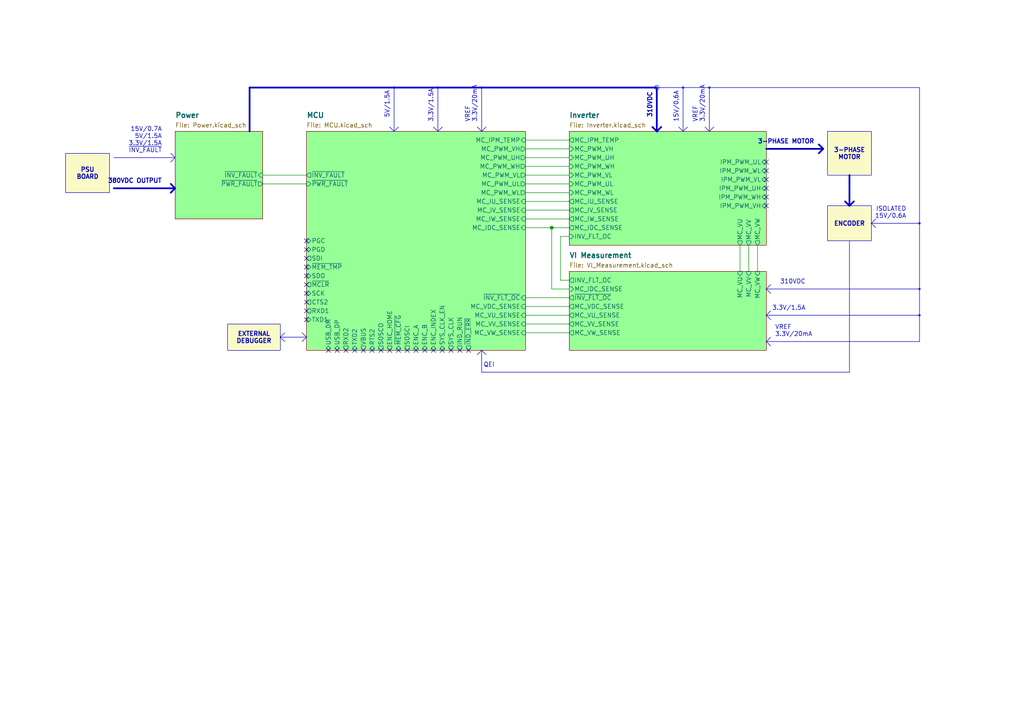
<source format=kicad_sch>
(kicad_sch
	(version 20231120)
	(generator "eeschema")
	(generator_version "8.0")
	(uuid "20f80521-75f2-4ccc-bb34-c9566e70ef5c")
	(paper "A4")
	(title_block
		(title "POWER SUPPLY UNIT")
		(date "2023-10-14")
		(rev "0.0")
		(company "TON DUC THANG UNIVERSITY")
		(comment 1 "Schematic Designed by ...")
		(comment 2 "PCB Designed by ...")
		(comment 3 "Approved by ...")
	)
	(lib_symbols)
	(junction
		(at 160.02 66.04)
		(diameter 0)
		(color 0 0 0 0)
		(uuid "39155853-ca9e-4ca9-943c-cf54b7feb175")
	)
	(no_connect
		(at 133.35 101.6)
		(uuid "03beb8d3-c331-44e4-bf44-bd76918cbc93")
	)
	(no_connect
		(at 105.41 101.6)
		(uuid "2112257a-96bc-41a2-b2e2-4c37d93bb8f9")
	)
	(no_connect
		(at 88.9 87.63)
		(uuid "33ea1171-e0b6-4a7e-b5af-b23e430454e0")
	)
	(no_connect
		(at 88.9 80.01)
		(uuid "3bb45a46-5a3c-428a-8dfa-4691df0d37d4")
	)
	(no_connect
		(at 222.25 59.69)
		(uuid "3bdceee3-0f32-4800-b6f5-8acf5b7de42e")
	)
	(no_connect
		(at 222.25 54.61)
		(uuid "3d6ede69-1ec4-4b27-909b-dfc64a851f70")
	)
	(no_connect
		(at 222.25 46.99)
		(uuid "42a9b37b-c3d0-4a1f-8b17-7f533a933149")
	)
	(no_connect
		(at 123.19 101.6)
		(uuid "432f9aae-6004-4b61-895b-dd7140337e20")
	)
	(no_connect
		(at 222.25 49.53)
		(uuid "455e0f24-78dd-405c-b760-3fb590b28e3a")
	)
	(no_connect
		(at 115.57 101.6)
		(uuid "48ad0218-b2aa-49f7-9ce6-b0ac4cde522f")
	)
	(no_connect
		(at 118.11 101.6)
		(uuid "6333b39d-b36b-4f6e-b074-1094392a0ce1")
	)
	(no_connect
		(at 95.25 101.6)
		(uuid "71de5888-b18e-4e1e-bb78-3111db59d412")
	)
	(no_connect
		(at 125.73 101.6)
		(uuid "788d46c9-db74-4820-b239-258bf84896b6")
	)
	(no_connect
		(at 113.03 101.6)
		(uuid "7e578988-7496-4efc-838b-ee59306a732c")
	)
	(no_connect
		(at 110.49 101.6)
		(uuid "80283104-6694-44e0-9b1c-d0357aad6b9b")
	)
	(no_connect
		(at 135.89 101.6)
		(uuid "804b995f-8598-4a5e-ad9e-825bc7837a70")
	)
	(no_connect
		(at 102.87 101.6)
		(uuid "81290467-9efd-41b5-ae87-20e1440a1fae")
	)
	(no_connect
		(at 222.25 57.15)
		(uuid "95552b0f-94fa-4bae-b308-e51bdc8a188f")
	)
	(no_connect
		(at 222.25 52.07)
		(uuid "9e94f98d-d6c1-4fff-af9b-9146a09a5050")
	)
	(no_connect
		(at 130.81 101.6)
		(uuid "a67d0922-c552-40f5-bac2-5514359e073e")
	)
	(no_connect
		(at 88.9 85.09)
		(uuid "a7d86603-99d8-4e60-8a96-b570e42a474d")
	)
	(no_connect
		(at 88.9 69.85)
		(uuid "ac3c539d-dbce-4723-a6c8-6dde35aeabf1")
	)
	(no_connect
		(at 128.27 101.6)
		(uuid "ae5fd47a-63e3-4bf2-a014-586dabb21f88")
	)
	(no_connect
		(at 88.9 90.17)
		(uuid "af2c2e84-5aa5-4440-ab7a-22d000e7654e")
	)
	(no_connect
		(at 97.79 101.6)
		(uuid "b3bf1afe-ddfc-4bd0-a470-c0fdcaba50f3")
	)
	(no_connect
		(at 88.9 92.71)
		(uuid "b8b02852-9d1d-4d10-9af6-d3039577a32c")
	)
	(no_connect
		(at 120.65 101.6)
		(uuid "bc7e616e-1856-458f-ae54-e020826f019a")
	)
	(no_connect
		(at 107.95 101.6)
		(uuid "c4026642-1ea5-4505-861b-407c1ffa3b9b")
	)
	(no_connect
		(at 88.9 72.39)
		(uuid "ef66bae4-d9f8-4fbd-add0-e79b72af1e37")
	)
	(no_connect
		(at 88.9 82.55)
		(uuid "f2bebac4-76de-42a9-9928-64d4f8b65f2c")
	)
	(no_connect
		(at 88.9 74.93)
		(uuid "f6128028-b4f5-47ff-8230-5c114769c258")
	)
	(no_connect
		(at 100.33 101.6)
		(uuid "fbbe5c35-4fca-4f2c-89ec-5bbdd6c448dd")
	)
	(no_connect
		(at 88.9 77.47)
		(uuid "fdccc791-52d8-4c41-911b-8c6b03469066")
	)
	(polyline
		(pts
			(xy 125.73 36.83) (xy 127 38.1)
		)
		(stroke
			(width 0)
			(type default)
		)
		(uuid "015d1636-92f6-416a-8957-ff0a0173660b")
	)
	(polyline
		(pts
			(xy 87.63 99.06) (xy 88.9 97.79)
		)
		(stroke
			(width 0)
			(type default)
		)
		(uuid "01cfd842-1dca-4773-8547-6a702a9db629")
	)
	(polyline
		(pts
			(xy 266.7 64.77) (xy 266.7 25.4)
		)
		(stroke
			(width 0)
			(type default)
		)
		(uuid "04acbcea-583d-41e2-b0b2-2847866f119d")
	)
	(polyline
		(pts
			(xy 207.01 36.83) (xy 205.74 38.1)
		)
		(stroke
			(width 0)
			(type default)
		)
		(uuid "04d63e3e-591e-442a-a305-b2085aa0a4ea")
	)
	(polyline
		(pts
			(xy 266.7 99.06) (xy 222.25 99.06)
		)
		(stroke
			(width 0)
			(type default)
		)
		(uuid "0712656d-7a9e-4d25-b20e-64b24d332fd7")
	)
	(polyline
		(pts
			(xy 247.65 58.42) (xy 246.38 59.69)
		)
		(stroke
			(width 0.5)
			(type default)
		)
		(uuid "08212820-e0d1-44d0-a112-11533dffc5de")
	)
	(wire
		(pts
			(xy 152.4 66.04) (xy 160.02 66.04)
		)
		(stroke
			(width 0)
			(type default)
		)
		(uuid "0874b3ba-8aae-40fa-b1c1-1afc0afb18a0")
	)
	(polyline
		(pts
			(xy 254 66.04) (xy 252.73 64.77)
		)
		(stroke
			(width 0)
			(type default)
		)
		(uuid "0e9e775d-05ec-40be-b710-46390589ba8d")
	)
	(polyline
		(pts
			(xy 237.49 41.91) (xy 238.76 43.18)
		)
		(stroke
			(width 0.5)
			(type default)
		)
		(uuid "0eedf1b6-cf8b-474d-b5e7-a71be9ea6ba3")
	)
	(polyline
		(pts
			(xy 114.3 25.4) (xy 114.3 38.1)
		)
		(stroke
			(width 0)
			(type default)
		)
		(uuid "0f0fcc01-afd2-43c4-bede-a737f9a275c5")
	)
	(polyline
		(pts
			(xy 190.5 25.4) (xy 190.5 38.1)
		)
		(stroke
			(width 0.5)
			(type default)
		)
		(uuid "101122e2-6d2a-4828-b2c1-eb4dd77a6131")
	)
	(polyline
		(pts
			(xy 223.52 90.17) (xy 222.25 91.44)
		)
		(stroke
			(width 0)
			(type default)
		)
		(uuid "14ee237f-9b42-4809-831c-b4a21a2abf23")
	)
	(polyline
		(pts
			(xy 49.53 46.99) (xy 50.8 45.72)
		)
		(stroke
			(width 0)
			(type default)
		)
		(uuid "15e6126b-ae8a-416d-b70e-4b9919a5082e")
	)
	(polyline
		(pts
			(xy 252.73 64.77) (xy 266.7 64.77)
		)
		(stroke
			(width 0)
			(type default)
		)
		(uuid "17d1926d-6086-4f1e-9291-7fa45e7fd4c6")
	)
	(wire
		(pts
			(xy 217.17 71.12) (xy 217.17 78.74)
		)
		(stroke
			(width 0)
			(type default)
		)
		(uuid "192c429e-e20c-4d82-807c-4ac5496cfa05")
	)
	(polyline
		(pts
			(xy 237.49 44.45) (xy 238.76 43.18)
		)
		(stroke
			(width 0.5)
			(type default)
		)
		(uuid "1c095eec-9e71-401f-8c72-405b7d8fefeb")
	)
	(polyline
		(pts
			(xy 266.7 64.77) (xy 266.7 99.06)
		)
		(stroke
			(width 0)
			(type default)
		)
		(uuid "1e677520-0aa3-4fc4-8583-fa9dc952f2f9")
	)
	(polyline
		(pts
			(xy 204.47 36.83) (xy 205.74 38.1)
		)
		(stroke
			(width 0)
			(type default)
		)
		(uuid "1eda9a5d-19fe-4d6c-a388-1d8716eb6b02")
	)
	(polyline
		(pts
			(xy 254 63.5) (xy 252.73 64.77)
		)
		(stroke
			(width 0)
			(type default)
		)
		(uuid "1fa13da6-576a-4777-ae0c-88b12fa575e4")
	)
	(wire
		(pts
			(xy 152.4 53.34) (xy 165.1 53.34)
		)
		(stroke
			(width 0)
			(type default)
		)
		(uuid "207203f3-d084-431a-b39d-c3a352a161d4")
	)
	(polyline
		(pts
			(xy 223.52 82.55) (xy 222.25 83.82)
		)
		(stroke
			(width 0)
			(type default)
		)
		(uuid "232f3303-e439-410c-9bab-dc4f3d9f18cb")
	)
	(wire
		(pts
			(xy 76.2 53.34) (xy 88.9 53.34)
		)
		(stroke
			(width 0)
			(type default)
		)
		(uuid "24f9d938-27ae-44b2-bb37-90eb46e7a78c")
	)
	(wire
		(pts
			(xy 152.4 63.5) (xy 165.1 63.5)
		)
		(stroke
			(width 0)
			(type default)
		)
		(uuid "2cffd374-4afc-4af0-8b7e-235a8d16cf3c")
	)
	(polyline
		(pts
			(xy 139.7 25.4) (xy 139.7 38.1)
		)
		(stroke
			(width 0)
			(type default)
		)
		(uuid "303bfdc6-5245-4af0-a6c7-c091acbd6577")
	)
	(polyline
		(pts
			(xy 205.74 25.4) (xy 205.74 38.1)
		)
		(stroke
			(width 0)
			(type default)
		)
		(uuid "324442f9-1cf5-40d0-bef9-1f15c9379e0c")
	)
	(polyline
		(pts
			(xy 198.12 25.4) (xy 198.12 38.1)
		)
		(stroke
			(width 0)
			(type default)
		)
		(uuid "36a69099-7ffa-43f4-acfb-0c244812aa5d")
	)
	(polyline
		(pts
			(xy 81.28 97.79) (xy 82.55 96.52)
		)
		(stroke
			(width 0)
			(type default)
		)
		(uuid "3d0a46d6-1271-4e5b-8cf5-72a9149b0f4a")
	)
	(wire
		(pts
			(xy 152.4 40.64) (xy 165.1 40.64)
		)
		(stroke
			(width 0)
			(type default)
		)
		(uuid "3d371169-88ca-4000-a70e-db8648a1b4df")
	)
	(polyline
		(pts
			(xy 49.53 53.34) (xy 50.8 54.61)
		)
		(stroke
			(width 0.5)
			(type default)
		)
		(uuid "3e320273-7434-429e-89b4-09d8e9344727")
	)
	(wire
		(pts
			(xy 152.4 48.26) (xy 165.1 48.26)
		)
		(stroke
			(width 0)
			(type default)
		)
		(uuid "3ecd3511-7cae-4ed2-84d8-46f0d0a5f730")
	)
	(wire
		(pts
			(xy 152.4 50.8) (xy 165.1 50.8)
		)
		(stroke
			(width 0)
			(type default)
		)
		(uuid "3f3f480d-1ac3-41e7-b8fd-dc00d31323af")
	)
	(polyline
		(pts
			(xy 140.97 36.83) (xy 139.7 38.1)
		)
		(stroke
			(width 0)
			(type default)
		)
		(uuid "416eaf9a-148b-4cfe-bd86-3b9afc2d1955")
	)
	(polyline
		(pts
			(xy 88.9 97.79) (xy 81.28 97.79)
		)
		(stroke
			(width 0)
			(type default)
		)
		(uuid "4b6b6bc3-5528-416e-9e2c-af8a27c0e450")
	)
	(polyline
		(pts
			(xy 223.52 97.79) (xy 222.25 99.06)
		)
		(stroke
			(width 0)
			(type default)
		)
		(uuid "4c221cc6-4f62-40ac-b8ba-a883ecf806b4")
	)
	(wire
		(pts
			(xy 160.02 83.82) (xy 160.02 66.04)
		)
		(stroke
			(width 0)
			(type default)
		)
		(uuid "500ef9ec-deaf-48c5-b551-4ea3301e346e")
	)
	(polyline
		(pts
			(xy 33.02 45.72) (xy 50.8 45.72)
		)
		(stroke
			(width 0)
			(type default)
		)
		(uuid "50e37583-b951-48eb-abf4-7a9adc8aab7e")
	)
	(polyline
		(pts
			(xy 198.12 38.1) (xy 199.39 36.83)
		)
		(stroke
			(width 0)
			(type default)
		)
		(uuid "566e505d-c5ac-4b8a-98ad-2ec936f1af27")
	)
	(wire
		(pts
			(xy 152.4 43.18) (xy 165.1 43.18)
		)
		(stroke
			(width 0)
			(type default)
		)
		(uuid "575bce8d-fc4e-437e-a9be-9ae6fe16d18f")
	)
	(polyline
		(pts
			(xy 49.53 55.88) (xy 50.8 54.61)
		)
		(stroke
			(width 0.5)
			(type default)
		)
		(uuid "5b59428f-bfd6-4990-b095-e64f3b366015")
	)
	(wire
		(pts
			(xy 152.4 60.96) (xy 165.1 60.96)
		)
		(stroke
			(width 0)
			(type default)
		)
		(uuid "5e69404e-18ba-480e-a4ae-21236b24dc9b")
	)
	(polyline
		(pts
			(xy 266.7 25.4) (xy 190.5 25.4)
		)
		(stroke
			(width 0)
			(type default)
		)
		(uuid "61b4002a-181d-411c-9941-91e381c05035")
	)
	(polyline
		(pts
			(xy 128.27 36.83) (xy 127 38.1)
		)
		(stroke
			(width 0)
			(type default)
		)
		(uuid "679b5ff3-070c-4ee6-aef3-ca1af48cceeb")
	)
	(wire
		(pts
			(xy 162.56 68.58) (xy 165.1 68.58)
		)
		(stroke
			(width 0)
			(type default)
		)
		(uuid "680ad156-237e-4d69-aa4d-760c2982eaa7")
	)
	(wire
		(pts
			(xy 152.4 88.9) (xy 165.1 88.9)
		)
		(stroke
			(width 0)
			(type default)
		)
		(uuid "6ab8a59c-5113-48a5-a52b-d87abbb4c84d")
	)
	(polyline
		(pts
			(xy 189.23 36.83) (xy 190.5 38.1)
		)
		(stroke
			(width 0.5)
			(type default)
		)
		(uuid "6b4f051a-a706-4e82-87ce-3deae8d45b2b")
	)
	(polyline
		(pts
			(xy 245.11 58.42) (xy 246.38 59.69)
		)
		(stroke
			(width 0.5)
			(type default)
		)
		(uuid "6bab183f-5066-4163-87ab-006c7ec85c47")
	)
	(wire
		(pts
			(xy 162.56 81.28) (xy 162.56 68.58)
		)
		(stroke
			(width 0)
			(type default)
		)
		(uuid "728be497-3c77-4226-ad39-62c6a7ab3b03")
	)
	(wire
		(pts
			(xy 152.4 91.44) (xy 165.1 91.44)
		)
		(stroke
			(width 0)
			(type default)
		)
		(uuid "73f6e8d1-766d-47a0-bca0-7bc7f793311e")
	)
	(polyline
		(pts
			(xy 246.38 69.85) (xy 246.38 107.95)
		)
		(stroke
			(width 0)
			(type default)
		)
		(uuid "76205a25-19dd-4246-b0bc-598b11bb71dc")
	)
	(wire
		(pts
			(xy 76.2 50.8) (xy 88.9 50.8)
		)
		(stroke
			(width 0)
			(type default)
		)
		(uuid "77833a79-8dff-452b-9851-542bdd778ed9")
	)
	(wire
		(pts
			(xy 152.4 96.52) (xy 165.1 96.52)
		)
		(stroke
			(width 0)
			(type default)
		)
		(uuid "7849e262-4a47-47f6-9718-b2960910c31f")
	)
	(polyline
		(pts
			(xy 82.55 99.06) (xy 81.28 97.79)
		)
		(stroke
			(width 0)
			(type default)
		)
		(uuid "786f8c64-518c-4a3e-9e9e-c42f77763eeb")
	)
	(wire
		(pts
			(xy 219.71 71.12) (xy 219.71 78.74)
		)
		(stroke
			(width 0)
			(type default)
		)
		(uuid "7fb062a2-b82f-4688-a9f0-2e5125f7cc02")
	)
	(polyline
		(pts
			(xy 72.39 38.1) (xy 72.39 25.4)
		)
		(stroke
			(width 0.5)
			(type default)
		)
		(uuid "802aa710-aa7a-4612-b01e-d158f1fbd1bb")
	)
	(polyline
		(pts
			(xy 222.25 83.82) (xy 223.52 85.09)
		)
		(stroke
			(width 0)
			(type default)
		)
		(uuid "81331df6-f8bb-4a98-959b-6a652666fd22")
	)
	(polyline
		(pts
			(xy 49.53 44.45) (xy 50.8 45.72)
		)
		(stroke
			(width 0)
			(type default)
		)
		(uuid "84871413-aeb2-4cb0-b3cf-4d0654e0f090")
	)
	(polyline
		(pts
			(xy 222.25 43.18) (xy 238.76 43.18)
		)
		(stroke
			(width 0.5)
			(type default)
		)
		(uuid "8f636051-546e-4bc7-bc94-60427b57f3e1")
	)
	(wire
		(pts
			(xy 165.1 83.82) (xy 160.02 83.82)
		)
		(stroke
			(width 0)
			(type default)
		)
		(uuid "923b61d4-72bb-466a-9192-9a8a7035d1f4")
	)
	(polyline
		(pts
			(xy 246.38 107.95) (xy 139.7 107.95)
		)
		(stroke
			(width 0)
			(type default)
		)
		(uuid "92f3d964-2faa-49c3-bffd-895e1b3b19ac")
	)
	(polyline
		(pts
			(xy 196.85 36.83) (xy 198.12 38.1)
		)
		(stroke
			(width 0)
			(type default)
		)
		(uuid "9367f00a-3641-49fa-bc8a-7f321ed292d8")
	)
	(polyline
		(pts
			(xy 190.5 38.1) (xy 191.77 36.83)
		)
		(stroke
			(width 0.5)
			(type default)
		)
		(uuid "95772c0d-77ac-4880-bfeb-1a79359819da")
	)
	(wire
		(pts
			(xy 152.4 86.36) (xy 165.1 86.36)
		)
		(stroke
			(width 0)
			(type default)
		)
		(uuid "9621f882-4a1f-4bab-afcd-6b48e0a691e0")
	)
	(wire
		(pts
			(xy 152.4 93.98) (xy 165.1 93.98)
		)
		(stroke
			(width 0)
			(type default)
		)
		(uuid "99cb7d2b-c2da-4680-9d53-2a0c6c38108f")
	)
	(polyline
		(pts
			(xy 139.7 101.6) (xy 139.7 107.95)
		)
		(stroke
			(width 0)
			(type default)
		)
		(uuid "9b66ca6d-e567-4273-ad2c-a891a91b9502")
	)
	(wire
		(pts
			(xy 165.1 81.28) (xy 162.56 81.28)
		)
		(stroke
			(width 0)
			(type default)
		)
		(uuid "9ecd35db-17fc-4ef2-9ca7-8b3bf6ec0eb4")
	)
	(polyline
		(pts
			(xy 113.03 36.83) (xy 114.3 38.1)
		)
		(stroke
			(width 0)
			(type default)
		)
		(uuid "9f2aae23-f92a-415f-8c34-219abcba83d9")
	)
	(wire
		(pts
			(xy 214.63 71.12) (xy 214.63 78.74)
		)
		(stroke
			(width 0)
			(type default)
		)
		(uuid "a89d9d10-650b-49a3-8bfe-693ca06e0f4e")
	)
	(polyline
		(pts
			(xy 266.7 91.44) (xy 222.25 91.44)
		)
		(stroke
			(width 0)
			(type default)
		)
		(uuid "a9ab0b68-0b1f-4d56-84c7-25113224f252")
	)
	(polyline
		(pts
			(xy 190.5 25.4) (xy 72.39 25.4)
		)
		(stroke
			(width 0.5)
			(type default)
		)
		(uuid "ac2e6b03-c9fa-44bf-9529-92228828b979")
	)
	(polyline
		(pts
			(xy 246.38 50.8) (xy 246.38 59.69)
		)
		(stroke
			(width 0.5)
			(type default)
		)
		(uuid "aec4bbce-c589-41a5-ba3d-4964b6c3f302")
	)
	(polyline
		(pts
			(xy 266.7 83.82) (xy 222.25 83.82)
		)
		(stroke
			(width 0)
			(type default)
		)
		(uuid "b30f3a79-65e2-41cf-ba66-b3b4dfc9322a")
	)
	(polyline
		(pts
			(xy 140.97 102.87) (xy 139.7 101.6)
		)
		(stroke
			(width 0)
			(type default)
		)
		(uuid "bc52b59f-d81c-4c0a-83a9-4f70dfcfa4ca")
	)
	(polyline
		(pts
			(xy 33.02 54.61) (xy 50.8 54.61)
		)
		(stroke
			(width 0.5)
			(type default)
		)
		(uuid "c0afd2ce-6f66-45fd-a82d-c7d4f08d9ab1")
	)
	(polyline
		(pts
			(xy 87.63 96.52) (xy 88.9 97.79)
		)
		(stroke
			(width 0)
			(type default)
		)
		(uuid "cd09957e-6611-45b8-af16-6ce7fcba0fd1")
	)
	(polyline
		(pts
			(xy 222.25 91.44) (xy 223.52 92.71)
		)
		(stroke
			(width 0)
			(type default)
		)
		(uuid "ce59fcc6-9107-4cdd-905c-bf1370bb9f59")
	)
	(polyline
		(pts
			(xy 138.43 36.83) (xy 139.7 38.1)
		)
		(stroke
			(width 0)
			(type default)
		)
		(uuid "d585bbc5-6bf0-4162-9305-5bf1e207589f")
	)
	(polyline
		(pts
			(xy 127 25.4) (xy 127 38.1)
		)
		(stroke
			(width 0)
			(type default)
		)
		(uuid "d6eeac99-5085-43ef-aa8e-987e26e52149")
	)
	(wire
		(pts
			(xy 152.4 55.88) (xy 165.1 55.88)
		)
		(stroke
			(width 0)
			(type default)
		)
		(uuid "d9687db6-7477-4588-a41b-de4140ac3800")
	)
	(wire
		(pts
			(xy 152.4 58.42) (xy 165.1 58.42)
		)
		(stroke
			(width 0)
			(type default)
		)
		(uuid "da05225e-2d1b-4900-92be-73691d38de53")
	)
	(polyline
		(pts
			(xy 115.57 36.83) (xy 114.3 38.1)
		)
		(stroke
			(width 0)
			(type default)
		)
		(uuid "e6477b76-5dc3-4c66-8670-8685ab7b7049")
	)
	(wire
		(pts
			(xy 160.02 66.04) (xy 165.1 66.04)
		)
		(stroke
			(width 0)
			(type default)
		)
		(uuid "e6f85e0a-abbf-4354-96b3-9e72d58870e3")
	)
	(polyline
		(pts
			(xy 223.52 100.33) (xy 222.25 99.06)
		)
		(stroke
			(width 0)
			(type default)
		)
		(uuid "f0c54322-471d-46bd-8012-dc1507f1ceab")
	)
	(wire
		(pts
			(xy 152.4 45.72) (xy 165.1 45.72)
		)
		(stroke
			(width 0)
			(type default)
		)
		(uuid "f42c1584-fc69-49bc-9a7c-0f5ccb2b6278")
	)
	(polyline
		(pts
			(xy 138.43 102.87) (xy 139.7 101.6)
		)
		(stroke
			(width 0)
			(type default)
		)
		(uuid "f75d9f0b-8c5f-4dd9-96b8-e7e88224d348")
	)
	(circle
		(center 114.3 25.4)
		(radius 0.254)
		(stroke
			(width 0)
			(type default)
		)
		(fill
			(type color)
			(color 0 0 0 0)
		)
		(uuid 61817a38-fa0f-4916-b853-081a57c8598a)
	)
	(circle
		(center 205.74 25.4)
		(radius 0.254)
		(stroke
			(width 0)
			(type default)
		)
		(fill
			(type color)
			(color 0 0 0 0)
		)
		(uuid 72ee6852-cd9b-4c42-9ae3-41e7ebf942c5)
	)
	(circle
		(center 190.5 25.4)
		(radius 0.635)
		(stroke
			(width 0)
			(type default)
		)
		(fill
			(type color)
			(color 0 0 0 0)
		)
		(uuid 802873b1-4f05-4365-8f66-9cdb3130a080)
	)
	(circle
		(center 266.7 83.82)
		(radius 0.254)
		(stroke
			(width 0)
			(type default)
		)
		(fill
			(type color)
			(color 0 0 0 0)
		)
		(uuid 89879a32-ce61-42f7-895a-053874e4ce28)
	)
	(circle
		(center 198.12 25.4)
		(radius 0.254)
		(stroke
			(width 0)
			(type default)
		)
		(fill
			(type color)
			(color 0 0 0 0)
		)
		(uuid b5cdd615-5477-4403-81c1-0a48fe7b6a47)
	)
	(circle
		(center 127 25.4)
		(radius 0.254)
		(stroke
			(width 0)
			(type default)
		)
		(fill
			(type color)
			(color 0 0 0 0)
		)
		(uuid ca95efe6-66f8-4b49-9da1-15f1c0c7ceb5)
	)
	(circle
		(center 139.7 25.4)
		(radius 0.254)
		(stroke
			(width 0)
			(type default)
		)
		(fill
			(type color)
			(color 0 0 0 0)
		)
		(uuid eda003fd-3fb8-4817-a12a-cdc34c3f23eb)
	)
	(circle
		(center 266.7 91.44)
		(radius 0.254)
		(stroke
			(width 0)
			(type default)
		)
		(fill
			(type color)
			(color 0 0 0 0)
		)
		(uuid edbe4c63-0416-475b-9f88-e73e57370a9d)
	)
	(circle
		(center 266.7 64.77)
		(radius 0.254)
		(stroke
			(width 0)
			(type default)
		)
		(fill
			(type color)
			(color 0 0 0 0)
		)
		(uuid f2f17e7f-ab86-4585-a2f3-1ee6b1021f1a)
	)
	(text_box "EXTERNAL DEBUGGER"
		(exclude_from_sim no)
		(at 66.04 93.98 0)
		(size 15.24 7.62)
		(stroke
			(width 0)
			(type default)
		)
		(fill
			(type color)
			(color 250 250 200 1)
		)
		(effects
			(font
				(size 1.27 1.27)
				(thickness 0.254)
				(bold yes)
			)
		)
		(uuid "2c92beb8-97ef-4b26-bf3c-256b3fd9e4a4")
	)
	(text_box "ENCODER"
		(exclude_from_sim no)
		(at 240.03 59.69 0)
		(size 12.7 10.16)
		(stroke
			(width 0)
			(type default)
		)
		(fill
			(type color)
			(color 250 250 200 1)
		)
		(effects
			(font
				(size 1.27 1.27)
				(thickness 0.254)
				(bold yes)
			)
		)
		(uuid "3dee8f5e-cea5-4c4f-909f-b23dad0bda4f")
	)
	(text_box "PSU BOARD"
		(exclude_from_sim no)
		(at 19.05 44.45 0)
		(size 12.7 11.43)
		(stroke
			(width 0)
			(type default)
		)
		(fill
			(type color)
			(color 250 250 200 1)
		)
		(effects
			(font
				(size 1.27 1.27)
				(thickness 0.254)
				(bold yes)
			)
		)
		(uuid "4adb4369-999b-4426-8e04-e5e47624c563")
	)
	(text_box "3-PHASE\nMOTOR"
		(exclude_from_sim no)
		(at 240.03 38.1 0)
		(size 12.7 12.7)
		(stroke
			(width 0)
			(type default)
		)
		(fill
			(type color)
			(color 250 250 200 1)
		)
		(effects
			(font
				(size 1.27 1.27)
				(thickness 0.254)
				(bold yes)
			)
		)
		(uuid "ec73d40e-c9a8-4af1-8f48-e38ded4c2b3a")
	)
	(text "VREF\n3.3V/20mA"
		(exclude_from_sim no)
		(at 224.79 97.79 0)
		(effects
			(font
				(size 1.27 1.27)
			)
			(justify left bottom)
		)
		(uuid "101ae45f-7f85-4337-8307-d2e75946552b")
	)
	(text "3.3V/1.5A"
		(exclude_from_sim no)
		(at 125.73 35.56 90)
		(effects
			(font
				(size 1.27 1.27)
			)
			(justify left bottom)
		)
		(uuid "191f8bcb-d20c-4e06-9d59-78e3b0f29d18")
	)
	(text "15V/0.6A"
		(exclude_from_sim no)
		(at 196.85 35.56 90)
		(effects
			(font
				(size 1.27 1.27)
			)
			(justify left bottom)
		)
		(uuid "19979e29-0aa5-407a-807c-b9442657f11d")
	)
	(text "3-PHASE MOTOR"
		(exclude_from_sim no)
		(at 236.22 41.91 0)
		(effects
			(font
				(size 1.27 1.27)
				(thickness 0.254)
				(bold yes)
			)
			(justify right bottom)
		)
		(uuid "51e194b3-04cf-4cab-97c1-0ed4bcd0e8fd")
	)
	(text "VREF\n3.3V/20mA"
		(exclude_from_sim no)
		(at 204.47 35.56 90)
		(effects
			(font
				(size 1.27 1.27)
			)
			(justify left bottom)
		)
		(uuid "62d0d5a8-4746-48a4-bead-39bec70dcf82")
	)
	(text "380VDC OUTPUT"
		(exclude_from_sim no)
		(at 46.99 53.34 0)
		(effects
			(font
				(size 1.27 1.27)
				(thickness 0.254)
				(bold yes)
			)
			(justify right bottom)
		)
		(uuid "76aee08b-4747-4a07-8088-6d055465265b")
	)
	(text "5V/1.5A"
		(exclude_from_sim no)
		(at 113.03 34.29 90)
		(effects
			(font
				(size 1.27 1.27)
			)
			(justify left bottom)
		)
		(uuid "8152aacc-94ad-429d-8958-c8886b2b7d52")
	)
	(text "3.3V/1.5A"
		(exclude_from_sim no)
		(at 233.68 90.17 0)
		(effects
			(font
				(size 1.27 1.27)
			)
			(justify right bottom)
		)
		(uuid "9806ed0f-ab08-4161-8ea8-7c611885b7d1")
	)
	(text "VREF\n3.3V/20mA"
		(exclude_from_sim no)
		(at 138.43 35.56 90)
		(effects
			(font
				(size 1.27 1.27)
			)
			(justify left bottom)
		)
		(uuid "b9ce926e-1147-4cd5-9400-01e04b65d7c3")
	)
	(text "QEI"
		(exclude_from_sim no)
		(at 143.51 106.68 0)
		(effects
			(font
				(size 1.27 1.27)
			)
			(justify right bottom)
		)
		(uuid "c74d65c7-cffc-4b77-bc95-74a92e92bc80")
	)
	(text "ISOLATED\n15V/0.6A"
		(exclude_from_sim no)
		(at 262.89 63.5 0)
		(effects
			(font
				(size 1.27 1.27)
			)
			(justify right bottom)
		)
		(uuid "c77dfaa4-4f5a-4959-ac36-b4a755596b4b")
	)
	(text "15V/0.7A\n5V/1.5A\n3.3V/1.5A\n~{INV_FAULT}"
		(exclude_from_sim no)
		(at 46.99 44.45 0)
		(effects
			(font
				(size 1.27 1.27)
			)
			(justify right bottom)
		)
		(uuid "d4a06745-7ea8-42c4-aba8-a21180ee27a6")
	)
	(text "310VDC"
		(exclude_from_sim no)
		(at 189.23 34.29 90)
		(effects
			(font
				(size 1.27 1.27)
				(thickness 0.254)
				(bold yes)
			)
			(justify left bottom)
		)
		(uuid "e1e87d57-bc63-4f51-878f-fbc14491b6aa")
	)
	(text "310VDC"
		(exclude_from_sim no)
		(at 233.68 82.55 0)
		(effects
			(font
				(size 1.27 1.27)
			)
			(justify right bottom)
		)
		(uuid "f218dcd4-237e-426d-b0ad-d6f97e15a270")
	)
	(sheet
		(at 165.1 38.1)
		(size 57.15 33.02)
		(stroke
			(width 0.1524)
			(type solid)
		)
		(fill
			(color 150 255 150 1.0000)
		)
		(uuid "220ce183-b27e-490b-828f-5201e8e92b41")
		(property "Sheetname" "Inverter"
			(at 165.1 34.29 0)
			(effects
				(font
					(size 1.5 1.5)
					(bold yes)
				)
				(justify left bottom)
			)
		)
		(property "Sheetfile" "Inverter.kicad_sch"
			(at 165.1 35.56 0)
			(effects
				(font
					(size 1.27 1.27)
				)
				(justify left top)
			)
		)
		(pin "MC_IPM_TEMP" output
			(at 165.1 40.64 180)
			(effects
				(font
					(size 1.27 1.27)
				)
				(justify left)
			)
			(uuid "e81da948-afbf-4065-bae6-0c59200ebd59")
		)
		(pin "MC_PWM_VH" input
			(at 165.1 43.18 180)
			(effects
				(font
					(size 1.27 1.27)
				)
				(justify left)
			)
			(uuid "93807089-bdd2-403a-80c5-8feb532a7866")
		)
		(pin "MC_PWM_UH" input
			(at 165.1 45.72 180)
			(effects
				(font
					(size 1.27 1.27)
				)
				(justify left)
			)
			(uuid "df63aea4-074c-4cf1-bd83-8d65466d2fbe")
		)
		(pin "MC_PWM_WH" input
			(at 165.1 48.26 180)
			(effects
				(font
					(size 1.27 1.27)
				)
				(justify left)
			)
			(uuid "41441d0d-be8f-4b82-8432-94aff9d62ec9")
		)
		(pin "MC_PWM_VL" input
			(at 165.1 50.8 180)
			(effects
				(font
					(size 1.27 1.27)
				)
				(justify left)
			)
			(uuid "0058e857-5f50-4e78-be7b-e8b2b14658a8")
		)
		(pin "MC_PWM_UL" input
			(at 165.1 53.34 180)
			(effects
				(font
					(size 1.27 1.27)
				)
				(justify left)
			)
			(uuid "15fd460a-feb9-44f1-ab4d-5cc732a4b04e")
		)
		(pin "MC_PWM_WL" input
			(at 165.1 55.88 180)
			(effects
				(font
					(size 1.27 1.27)
				)
				(justify left)
			)
			(uuid "b36ebd75-e392-427a-9008-ebeb04f93563")
		)
		(pin "MC_IV_SENSE" output
			(at 165.1 60.96 180)
			(effects
				(font
					(size 1.27 1.27)
				)
				(justify left)
			)
			(uuid "6fce3cf8-cfa4-4dd2-a1c2-8519fc44882d")
		)
		(pin "MC_IU_SENSE" output
			(at 165.1 58.42 180)
			(effects
				(font
					(size 1.27 1.27)
				)
				(justify left)
			)
			(uuid "9cb88315-f521-4856-9e96-04b0de934b9f")
		)
		(pin "MC_IW_SENSE" output
			(at 165.1 63.5 180)
			(effects
				(font
					(size 1.27 1.27)
				)
				(justify left)
			)
			(uuid "4fc2f6a6-5da1-46e3-9a37-152c468b4b23")
		)
		(pin "MC_IDC_SENSE" output
			(at 165.1 66.04 180)
			(effects
				(font
					(size 1.27 1.27)
				)
				(justify left)
			)
			(uuid "e58882c4-809f-4607-a5f6-49366c901f3a")
		)
		(pin "MC_VU" output
			(at 214.63 71.12 270)
			(effects
				(font
					(size 1.27 1.27)
				)
				(justify left)
			)
			(uuid "9a7a166c-2cf6-4e41-ad20-77a3db32e5e4")
		)
		(pin "MC_VV" output
			(at 217.17 71.12 270)
			(effects
				(font
					(size 1.27 1.27)
				)
				(justify left)
			)
			(uuid "c3d1342e-9037-44db-909c-9432e9218d77")
		)
		(pin "MC_VW" output
			(at 219.71 71.12 270)
			(effects
				(font
					(size 1.27 1.27)
				)
				(justify left)
			)
			(uuid "ea456b0b-877e-44eb-a41c-9d850c4f0e47")
		)
		(pin "INV_FLT_OC" input
			(at 165.1 68.58 180)
			(effects
				(font
					(size 1.27 1.27)
				)
				(justify left)
			)
			(uuid "eb2dccf6-0bda-47a3-8daa-5f9aadb536ca")
		)
		(pin "IPM_PWM_UL" input
			(at 222.25 46.99 0)
			(effects
				(font
					(size 1.27 1.27)
				)
				(justify right)
			)
			(uuid "4b255d8a-a5fa-4dff-ad8b-5149989131e8")
		)
		(pin "IPM_PWM_WL" input
			(at 222.25 49.53 0)
			(effects
				(font
					(size 1.27 1.27)
				)
				(justify right)
			)
			(uuid "29be6e10-4c52-44a6-b6a3-5e717255f530")
		)
		(pin "IPM_PWM_VL" input
			(at 222.25 52.07 0)
			(effects
				(font
					(size 1.27 1.27)
				)
				(justify right)
			)
			(uuid "4ceaadb5-c3f0-428b-b07a-993185c3fe82")
		)
		(pin "IPM_PWM_UH" input
			(at 222.25 54.61 0)
			(effects
				(font
					(size 1.27 1.27)
				)
				(justify right)
			)
			(uuid "071da998-04f0-42f8-8851-8e772ab7949c")
		)
		(pin "IPM_PWM_WH" input
			(at 222.25 57.15 0)
			(effects
				(font
					(size 1.27 1.27)
				)
				(justify right)
			)
			(uuid "1b2b12a6-cfdc-47fc-99e5-0c2446c07a56")
		)
		(pin "IPM_PWM_VH" input
			(at 222.25 59.69 0)
			(effects
				(font
					(size 1.27 1.27)
				)
				(justify right)
			)
			(uuid "10831de5-131d-4315-b47b-19d06d7d821e")
		)
		(instances
			(project "HW.ACIM-INV"
				(path "/20f80521-75f2-4ccc-bb34-c9566e70ef5c"
					(page "4")
				)
			)
		)
	)
	(sheet
		(at 50.8 38.1)
		(size 25.4 25.4)
		(stroke
			(width 0.1524)
			(type solid)
		)
		(fill
			(color 150 255 150 1.0000)
		)
		(uuid "34b63420-23a7-4d2d-affc-c07be2bf5f59")
		(property "Sheetname" "Power"
			(at 50.8 34.29 0)
			(effects
				(font
					(size 1.5 1.5)
					(bold yes)
				)
				(justify left bottom)
			)
		)
		(property "Sheetfile" "Power.kicad_sch"
			(at 50.8 35.56 0)
			(effects
				(font
					(size 1.27 1.27)
				)
				(justify left top)
			)
		)
		(pin "~{INV_FAULT}" input
			(at 76.2 50.8 0)
			(effects
				(font
					(size 1.27 1.27)
				)
				(justify right)
			)
			(uuid "7a93c28e-18c5-4e6f-85c7-eef51a702d90")
		)
		(pin "~{PWR_FAULT}" output
			(at 76.2 53.34 0)
			(effects
				(font
					(size 1.27 1.27)
				)
				(justify right)
			)
			(uuid "cf20377a-08b4-4417-9ce8-943c854a021b")
		)
		(instances
			(project "HW.ACIM-INV"
				(path "/20f80521-75f2-4ccc-bb34-c9566e70ef5c"
					(page "2")
				)
			)
		)
	)
	(sheet
		(at 88.9 38.1)
		(size 63.5 63.5)
		(stroke
			(width 0.1524)
			(type solid)
		)
		(fill
			(color 150 255 150 1.0000)
		)
		(uuid "51ad8afa-91d3-4900-86cd-9e9f0d5dd47e")
		(property "Sheetname" "MCU"
			(at 88.9 34.29 0)
			(effects
				(font
					(size 1.5 1.5)
					(bold yes)
				)
				(justify left bottom)
			)
		)
		(property "Sheetfile" "MCU.kicad_sch"
			(at 88.9 35.56 0)
			(effects
				(font
					(size 1.27 1.27)
				)
				(justify left top)
			)
		)
		(pin "MC_PWM_VH" output
			(at 152.4 43.18 0)
			(effects
				(font
					(size 1.27 1.27)
				)
				(justify right)
			)
			(uuid "090b777b-2620-4d78-956f-f0d4b2d0c2ea")
		)
		(pin "MC_PWM_WH" output
			(at 152.4 48.26 0)
			(effects
				(font
					(size 1.27 1.27)
				)
				(justify right)
			)
			(uuid "a117e834-852e-4f1c-b728-c763d8d9b47a")
		)
		(pin "MC_PWM_WL" output
			(at 152.4 55.88 0)
			(effects
				(font
					(size 1.27 1.27)
				)
				(justify right)
			)
			(uuid "eb7a6cc2-9e08-4fb7-aa67-b189f645f0c4")
		)
		(pin "MC_PWM_VL" output
			(at 152.4 50.8 0)
			(effects
				(font
					(size 1.27 1.27)
				)
				(justify right)
			)
			(uuid "40e37be5-8ff8-43fe-9765-3a603eaed22a")
		)
		(pin "MC_PWM_UL" output
			(at 152.4 53.34 0)
			(effects
				(font
					(size 1.27 1.27)
				)
				(justify right)
			)
			(uuid "207fb863-2e6a-4315-a64a-221c9229b356")
		)
		(pin "MC_PWM_UH" output
			(at 152.4 45.72 0)
			(effects
				(font
					(size 1.27 1.27)
				)
				(justify right)
			)
			(uuid "4fdc8b5c-05b5-4fc6-afec-03eae356fbae")
		)
		(pin "MC_IPM_TEMP" input
			(at 152.4 40.64 0)
			(effects
				(font
					(size 1.27 1.27)
				)
				(justify right)
			)
			(uuid "ea9f395f-0e65-4342-92c2-5c6017aa6f4e")
		)
		(pin "MC_IU_SENSE" input
			(at 152.4 58.42 0)
			(effects
				(font
					(size 1.27 1.27)
				)
				(justify right)
			)
			(uuid "885d2cfc-271e-4edd-bdd3-0c0683e7a602")
		)
		(pin "MC_IDC_SENSE" input
			(at 152.4 66.04 0)
			(effects
				(font
					(size 1.27 1.27)
				)
				(justify right)
			)
			(uuid "c269827d-cf41-4d31-b23f-9c7013717e89")
		)
		(pin "MC_VU_SENSE" input
			(at 152.4 91.44 0)
			(effects
				(font
					(size 1.27 1.27)
				)
				(justify right)
			)
			(uuid "25d35a24-565a-4b4f-8ca6-022d129797ae")
		)
		(pin "MC_VV_SENSE" input
			(at 152.4 93.98 0)
			(effects
				(font
					(size 1.27 1.27)
				)
				(justify right)
			)
			(uuid "dc437dec-048a-4f67-98ce-07ef5b302988")
		)
		(pin "MC_VW_SENSE" input
			(at 152.4 96.52 0)
			(effects
				(font
					(size 1.27 1.27)
				)
				(justify right)
			)
			(uuid "bb08ab88-0e56-4c40-9d36-4e6cf5b39d4e")
		)
		(pin "MC_IV_SENSE" input
			(at 152.4 60.96 0)
			(effects
				(font
					(size 1.27 1.27)
				)
				(justify right)
			)
			(uuid "717906a7-a905-42f7-8bfb-530b1b0ff78e")
		)
		(pin "~{PWR_FAULT}" input
			(at 88.9 53.34 180)
			(effects
				(font
					(size 1.27 1.27)
				)
				(justify left)
			)
			(uuid "57a7511f-3ccf-4bd8-a841-8f8d1f580bc0")
		)
		(pin "~{INV_FAULT}" output
			(at 88.9 50.8 180)
			(effects
				(font
					(size 1.27 1.27)
				)
				(justify left)
			)
			(uuid "e5dc4085-53f3-4e48-9e30-2cc1be4e84ea")
		)
		(pin "MC_IW_SENSE" input
			(at 152.4 63.5 0)
			(effects
				(font
					(size 1.27 1.27)
				)
				(justify right)
			)
			(uuid "6696d7ab-570a-4e0a-a32c-3e4774c586bd")
		)
		(pin "MC_VDC_SENSE" input
			(at 152.4 88.9 0)
			(effects
				(font
					(size 1.27 1.27)
				)
				(justify right)
			)
			(uuid "bd610643-fdae-49b3-8868-10d6c3a1c69b")
		)
		(pin "~{INV_FLT_OC}" input
			(at 152.4 86.36 0)
			(effects
				(font
					(size 1.27 1.27)
				)
				(justify right)
			)
			(uuid "599e3910-a769-45f8-b8ca-3b790126d5a6")
		)
		(pin "PGC" input
			(at 88.9 69.85 180)
			(effects
				(font
					(size 1.27 1.27)
				)
				(justify left)
			)
			(uuid "ab47aed9-daf5-4b5d-8c01-066e3abe9087")
		)
		(pin "PGD" bidirectional
			(at 88.9 72.39 180)
			(effects
				(font
					(size 1.27 1.27)
				)
				(justify left)
			)
			(uuid "d4dbe42a-7e33-44c7-9c02-6552aaba8ce7")
		)
		(pin "SDI" output
			(at 88.9 74.93 180)
			(effects
				(font
					(size 1.27 1.27)
				)
				(justify left)
			)
			(uuid "f94f8a38-b21f-4647-96bf-3b84471b444d")
		)
		(pin "~{MEM_TMP}" input
			(at 88.9 77.47 180)
			(effects
				(font
					(size 1.27 1.27)
				)
				(justify left)
			)
			(uuid "ec3331ca-8479-4ed5-aaf2-8c7354e755ea")
		)
		(pin "SDO" input
			(at 88.9 80.01 180)
			(effects
				(font
					(size 1.27 1.27)
				)
				(justify left)
			)
			(uuid "46bdc128-5ae7-4c09-8758-89f54b0c4655")
		)
		(pin "~{MCLR}" output
			(at 88.9 82.55 180)
			(effects
				(font
					(size 1.27 1.27)
				)
				(justify left)
			)
			(uuid "07eb1f0b-6e8c-4583-b53b-b719b389bffb")
		)
		(pin "SCK" input
			(at 88.9 85.09 180)
			(effects
				(font
					(size 1.27 1.27)
				)
				(justify left)
			)
			(uuid "595924cf-f127-465d-b334-5303d07faa74")
		)
		(pin "CTS2" output
			(at 88.9 87.63 180)
			(effects
				(font
					(size 1.27 1.27)
				)
				(justify left)
			)
			(uuid "c24fcffe-13c9-4ff5-b5ab-ec662181ce9d")
		)
		(pin "RXD1" output
			(at 88.9 90.17 180)
			(effects
				(font
					(size 1.27 1.27)
				)
				(justify left)
			)
			(uuid "8aa372bf-2e62-4db1-a1ad-3e592cdfc96a")
		)
		(pin "TXD1" input
			(at 88.9 92.71 180)
			(effects
				(font
					(size 1.27 1.27)
				)
				(justify left)
			)
			(uuid "6f045a67-e548-4902-9c3a-ef9e2e4f4a14")
		)
		(pin "USB_DM" bidirectional
			(at 95.25 101.6 270)
			(effects
				(font
					(size 1.27 1.27)
				)
				(justify left)
			)
			(uuid "d2b5c3f6-7182-4b76-951d-b49d552b9887")
		)
		(pin "USB_DP" bidirectional
			(at 97.79 101.6 270)
			(effects
				(font
					(size 1.27 1.27)
				)
				(justify left)
			)
			(uuid "51db0da4-05ff-4f8c-bc12-9602c9dded89")
		)
		(pin "RXD2" output
			(at 100.33 101.6 270)
			(effects
				(font
					(size 1.27 1.27)
				)
				(justify left)
			)
			(uuid "6715fe5e-6b99-430b-a190-737a7f46c780")
		)
		(pin "TXD2" input
			(at 102.87 101.6 270)
			(effects
				(font
					(size 1.27 1.27)
				)
				(justify left)
			)
			(uuid "1d6e9c15-e618-49de-986c-f39cf93e3c15")
		)
		(pin "VBUS" output
			(at 105.41 101.6 270)
			(effects
				(font
					(size 1.27 1.27)
				)
				(justify left)
			)
			(uuid "01f1b42d-010b-4d46-a8ca-04207edac35d")
		)
		(pin "RTS2" input
			(at 107.95 101.6 270)
			(effects
				(font
					(size 1.27 1.27)
				)
				(justify left)
			)
			(uuid "2b740af1-035d-4908-9c4b-468117515817")
		)
		(pin "SOSCO" passive
			(at 110.49 101.6 270)
			(effects
				(font
					(size 1.27 1.27)
				)
				(justify left)
			)
			(uuid "969f5ca3-b5b2-4d46-be42-493069db4206")
		)
		(pin "ENC_HOME" output
			(at 113.03 101.6 270)
			(effects
				(font
					(size 1.27 1.27)
				)
				(justify left)
			)
			(uuid "c0ea92df-a5c5-4614-b044-eead43112ffd")
		)
		(pin "~{MEM_CFG}" input
			(at 115.57 101.6 270)
			(effects
				(font
					(size 1.27 1.27)
				)
				(justify left)
			)
			(uuid "d9caebee-2b2e-49f0-8c92-de44909cba0d")
		)
		(pin "SOSCI" passive
			(at 118.11 101.6 270)
			(effects
				(font
					(size 1.27 1.27)
				)
				(justify left)
			)
			(uuid "86a43cad-0c8b-4755-9bac-0e3dc7ddf822")
		)
		(pin "ENC_A" input
			(at 120.65 101.6 270)
			(effects
				(font
					(size 1.27 1.27)
				)
				(justify left)
			)
			(uuid "16df30b8-028f-44c0-ab5b-5d944fb7fbb6")
		)
		(pin "ENC_B" input
			(at 123.19 101.6 270)
			(effects
				(font
					(size 1.27 1.27)
				)
				(justify left)
			)
			(uuid "39853552-05a5-463c-824e-f4ee65cb8d02")
		)
		(pin "ENC_INDEX" input
			(at 125.73 101.6 270)
			(effects
				(font
					(size 1.27 1.27)
				)
				(justify left)
			)
			(uuid "ac84711a-51d7-4a18-87e3-77e61dd1bacc")
		)
		(pin "SYS_CLK_EN" input
			(at 128.27 101.6 270)
			(effects
				(font
					(size 1.27 1.27)
				)
				(justify left)
			)
			(uuid "e18d3004-438b-41b7-9b1a-95477e595329")
		)
		(pin "SYS_CLK" output
			(at 130.81 101.6 270)
			(effects
				(font
					(size 1.27 1.27)
				)
				(justify left)
			)
			(uuid "d156a975-7b48-406a-87fc-aa1421769734")
		)
		(pin "IND_RUN" output
			(at 133.35 101.6 270)
			(effects
				(font
					(size 1.27 1.27)
				)
				(justify left)
			)
			(uuid "0d73646c-884b-4f49-bcfc-eec6e084e74b")
		)
		(pin "~{IND_ERR}" output
			(at 135.89 101.6 270)
			(effects
				(font
					(size 1.27 1.27)
				)
				(justify left)
			)
			(uuid "cddf6278-55a7-4053-a6cc-d50a97b90660")
		)
		(instances
			(project "HW.ACIM-INV"
				(path "/20f80521-75f2-4ccc-bb34-c9566e70ef5c"
					(page "5")
				)
			)
		)
	)
	(sheet
		(at 165.1 78.74)
		(size 57.15 22.86)
		(stroke
			(width 0.1524)
			(type solid)
		)
		(fill
			(color 150 255 150 1.0000)
		)
		(uuid "7de2aa19-8f84-4f41-81e1-8fc4a5d38687")
		(property "Sheetname" "VI Measurement"
			(at 165.1 74.93 0)
			(effects
				(font
					(size 1.5 1.5)
					(bold yes)
				)
				(justify left bottom)
			)
		)
		(property "Sheetfile" "VI_Measurement.kicad_sch"
			(at 165.1 76.2 0)
			(effects
				(font
					(size 1.27 1.27)
				)
				(justify left top)
			)
		)
		(pin "MC_VDC_SENSE" output
			(at 165.1 88.9 180)
			(effects
				(font
					(size 1.27 1.27)
				)
				(justify left)
			)
			(uuid "7f974fcb-21c3-4057-9ec1-7dda4abf6005")
		)
		(pin "MC_IDC_SENSE" input
			(at 165.1 83.82 180)
			(effects
				(font
					(size 1.27 1.27)
				)
				(justify left)
			)
			(uuid "41b2c47d-de6f-47d5-99ae-c7ac8807ea47")
		)
		(pin "INV_FLT_OC" output
			(at 165.1 81.28 180)
			(effects
				(font
					(size 1.27 1.27)
				)
				(justify left)
			)
			(uuid "3669ab1f-059e-4a54-90e7-6335508e525e")
		)
		(pin "MC_VV_SENSE" output
			(at 165.1 93.98 180)
			(effects
				(font
					(size 1.27 1.27)
				)
				(justify left)
			)
			(uuid "cce8570e-1b8e-4d51-a8d5-3058c3ef02f1")
		)
		(pin "MC_VW" input
			(at 219.71 78.74 90)
			(effects
				(font
					(size 1.27 1.27)
				)
				(justify right)
			)
			(uuid "c8884b87-929b-4c14-9d5d-4009a4899988")
		)
		(pin "MC_VW_SENSE" output
			(at 165.1 96.52 180)
			(effects
				(font
					(size 1.27 1.27)
				)
				(justify left)
			)
			(uuid "a25ea403-c54b-4048-afad-0b6dae45161d")
		)
		(pin "MC_VV" input
			(at 217.17 78.74 90)
			(effects
				(font
					(size 1.27 1.27)
				)
				(justify right)
			)
			(uuid "c2c6b0e2-f0c7-4414-a14d-7acfa1c7db50")
		)
		(pin "MC_VU_SENSE" output
			(at 165.1 91.44 180)
			(effects
				(font
					(size 1.27 1.27)
				)
				(justify left)
			)
			(uuid "e78598c5-8b0c-47cd-bc7b-ecf2a176f864")
		)
		(pin "MC_VU" input
			(at 214.63 78.74 90)
			(effects
				(font
					(size 1.27 1.27)
				)
				(justify right)
			)
			(uuid "7fd942f4-c9e4-40e2-a622-f4c982ba5ccc")
		)
		(pin "~{INV_FLT_OC}" output
			(at 165.1 86.36 180)
			(effects
				(font
					(size 1.27 1.27)
				)
				(justify left)
			)
			(uuid "e41c5437-1883-403a-be64-fd2ba2baf22e")
		)
		(instances
			(project "HW.ACIM-INV"
				(path "/20f80521-75f2-4ccc-bb34-c9566e70ef5c"
					(page "4")
				)
			)
		)
	)
	(sheet_instances
		(path "/"
			(page "1")
		)
	)
)

</source>
